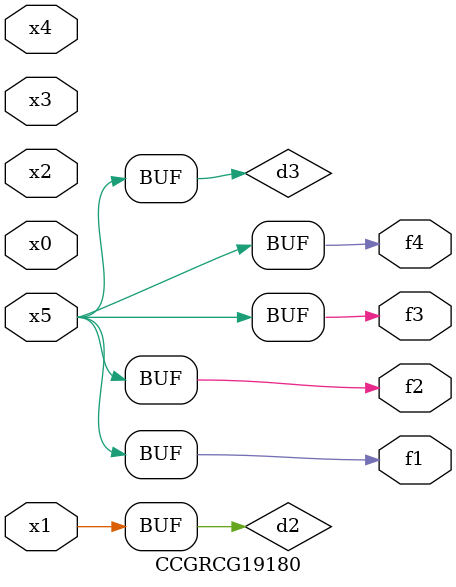
<source format=v>
module CCGRCG19180(
	input x0, x1, x2, x3, x4, x5,
	output f1, f2, f3, f4
);

	wire d1, d2, d3;

	not (d1, x5);
	or (d2, x1);
	xnor (d3, d1);
	assign f1 = d3;
	assign f2 = d3;
	assign f3 = d3;
	assign f4 = d3;
endmodule

</source>
